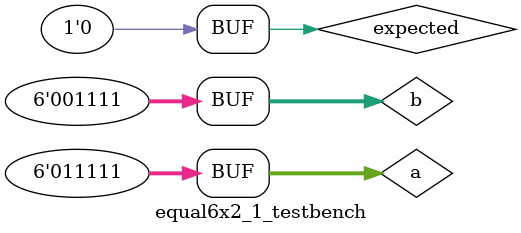
<source format=v>
`define DELAY 20
module equal6x2_1_testbench();
   reg [5:0] a;
   reg [5:0] b;
   reg       expected;
   wire       tresult;
   wire      out;

   equal6x2_1 ad(out, a, b);
   xnor xn(tresult, out, expected);

   initial begin
      a = 6'b01_1111; b=6'b01_1111;
      expected = 1'b1;
      #`DELAY;
      a = 6'b01_1111; b=6'b00_1111;
      expected = 1'b0;
   end

   initial begin
      $monitor("time = %2d, a =%6b, b=%6b, out=%1b, expected=%1b, tresult=%1b", $time, a, b, out, expected, tresult);
   end

endmodule //equal6x2_1_testbench

</source>
